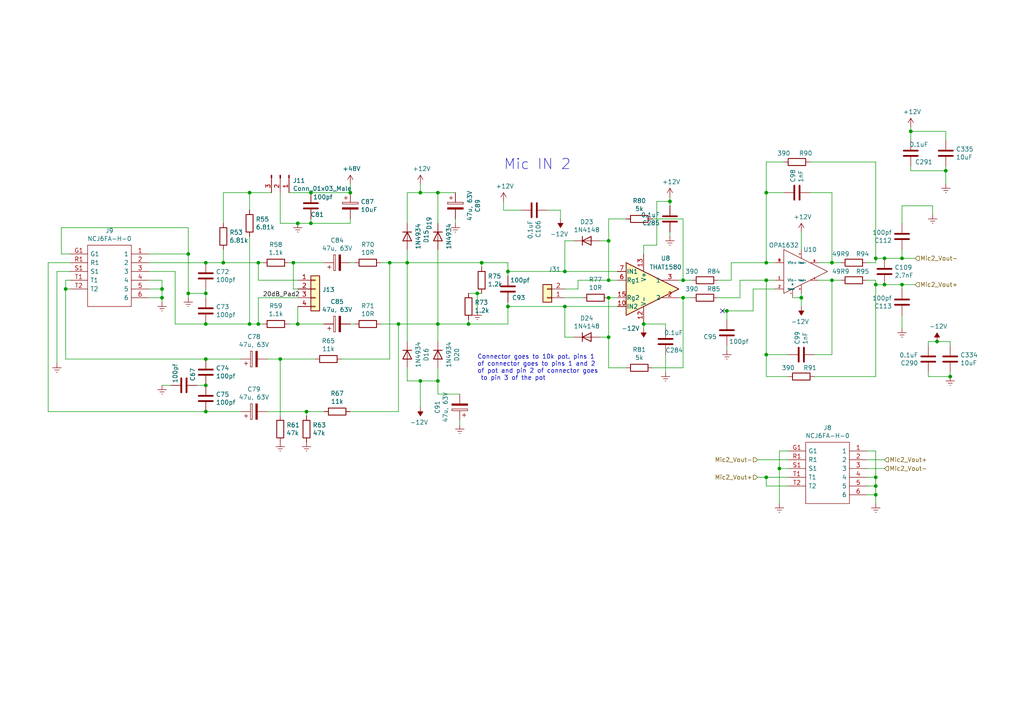
<source format=kicad_sch>
(kicad_sch (version 20230121) (generator eeschema)
  (paper "A4")
  (junction (at 64.77 76.2))
  (junction (at 222.25 81.28))
  (junction (at 54.61 73.66))
  (junction (at 256.54 82.55))
  (junction (at 121.92 55.88))
  (junction (at 271.78 99.06))
  (junction (at 194.31 58.42))
  (junction (at 254 138.43))
  (junction (at 256.54 74.93))
  (junction (at 139.7 76.2))
  (junction (at 85.09 76.2))
  (junction (at 254 140.97))
  (junction (at 275.59 109.22))
  (junction (at 86.36 93.98))
  (junction (at 59.69 104.14))
  (junction (at 261.62 74.93))
  (junction (at 59.69 76.2))
  (junction (at 163.83 88.9))
  (junction (at 138.43 85.09))
  (junction (at 274.32 49.53))
  (junction (at 127 110.49))
  (junction (at 127 93.98))
  (junction (at 135.89 93.98))
  (junction (at 198.12 86.36))
  (junction (at 198.12 81.28))
  (junction (at 46.99 83.82))
  (junction (at 118.11 76.2))
  (junction (at 74.93 93.98))
  (junction (at 81.28 104.14))
  (junction (at 113.03 76.2))
  (junction (at 90.17 64.77))
  (junction (at 115.57 93.98))
  (junction (at 176.53 69.85))
  (junction (at 232.41 86.36))
  (junction (at 127 55.88))
  (junction (at 59.69 111.76))
  (junction (at 86.36 64.77))
  (junction (at 74.93 76.2))
  (junction (at 59.69 85.09))
  (junction (at 264.16 38.1))
  (junction (at 59.69 93.98))
  (junction (at 90.17 55.88))
  (junction (at 88.9 119.38))
  (junction (at 222.25 138.43))
  (junction (at 241.3 81.28))
  (junction (at 254 143.51))
  (junction (at 222.25 55.88))
  (junction (at 241.3 76.2))
  (junction (at 176.53 81.28))
  (junction (at 163.83 78.74))
  (junction (at 261.62 82.55))
  (junction (at 210.82 90.17))
  (junction (at 19.05 83.82))
  (junction (at 121.92 110.49))
  (junction (at 222.25 102.87))
  (junction (at 54.61 85.09))
  (junction (at 226.06 135.89))
  (junction (at 46.99 86.36))
  (junction (at 254 82.55))
  (junction (at 176.53 86.36))
  (junction (at 147.32 88.9))
  (junction (at 186.69 93.98))
  (junction (at 72.39 93.98))
  (junction (at 176.53 97.79))
  (junction (at 222.25 76.2))
  (junction (at 59.69 119.38))
  (junction (at 72.39 55.88))
  (junction (at 101.6 55.88))
  (junction (at 147.32 78.74))
  (junction (at 254 74.93))
  (no_connect (at 209.55 90.17))
  (wire (pts (xy 274.32 38.1) (xy 274.32 40.64)))
  (wire (pts (xy 212.09 76.2) (xy 222.25 76.2)))
  (wire (pts (xy 20.32 73.66) (xy 17.78 73.66)))
  (wire (pts (xy 176.53 69.85) (xy 176.53 81.28)))
  (wire (pts (xy 179.07 86.36) (xy 176.53 86.36)))
  (wire (pts (xy 85.09 76.2) (xy 85.09 83.82)))
  (wire (pts (xy 254 82.55) (xy 254 109.22)))
  (wire (pts (xy 261.62 59.69) (xy 270.51 59.69)))
  (wire (pts (xy 81.28 104.14) (xy 91.44 104.14)))
  (wire (pts (xy 74.93 76.2) (xy 76.2 76.2)))
  (wire (pts (xy 113.03 76.2) (xy 118.11 76.2)))
  (wire (pts (xy 43.18 73.66) (xy 54.61 73.66)))
  (wire (pts (xy 54.61 66.04) (xy 54.61 73.66)))
  (wire (pts (xy 275.59 99.06) (xy 271.78 99.06)))
  (wire (pts (xy 50.8 93.98) (xy 59.69 93.98)))
  (wire (pts (xy 46.99 83.82) (xy 46.99 86.36)))
  (wire (pts (xy 254 81.28) (xy 254 82.55)))
  (wire (pts (xy 13.97 76.2) (xy 20.32 76.2)))
  (wire (pts (xy 256.54 82.55) (xy 261.62 82.55)))
  (wire (pts (xy 251.46 138.43) (xy 254 138.43)))
  (wire (pts (xy 166.37 69.85) (xy 163.83 69.85)))
  (wire (pts (xy 49.53 111.76) (xy 46.99 111.76)))
  (wire (pts (xy 135.89 92.71) (xy 135.89 93.98)))
  (wire (pts (xy 132.08 63.5) (xy 132.08 64.77)))
  (wire (pts (xy 261.62 74.93) (xy 261.62 72.39)))
  (wire (pts (xy 64.77 55.88) (xy 64.77 64.77)))
  (wire (pts (xy 251.46 135.89) (xy 256.54 135.89)))
  (wire (pts (xy 115.57 119.38) (xy 115.57 93.98)))
  (wire (pts (xy 74.93 81.28) (xy 74.93 76.2)))
  (wire (pts (xy 222.25 81.28) (xy 222.25 102.87)))
  (wire (pts (xy 251.46 76.2) (xy 254 76.2)))
  (wire (pts (xy 186.69 93.98) (xy 186.69 95.25)))
  (wire (pts (xy 163.83 83.82) (xy 167.64 83.82)))
  (wire (pts (xy 101.6 64.77) (xy 90.17 64.77)))
  (wire (pts (xy 254 109.22) (xy 236.22 109.22)))
  (wire (pts (xy 256.54 74.93) (xy 254 74.93)))
  (wire (pts (xy 135.89 85.09) (xy 138.43 85.09)))
  (wire (pts (xy 118.11 72.39) (xy 118.11 76.2)))
  (wire (pts (xy 139.7 85.09) (xy 138.43 85.09)))
  (wire (pts (xy 127 93.98) (xy 135.89 93.98)))
  (wire (pts (xy 118.11 76.2) (xy 139.7 76.2)))
  (wire (pts (xy 212.09 81.28) (xy 212.09 76.2)))
  (wire (pts (xy 176.53 97.79) (xy 176.53 106.68)))
  (wire (pts (xy 127 72.39) (xy 127 93.98)))
  (wire (pts (xy 193.04 95.25) (xy 193.04 93.98)))
  (wire (pts (xy 275.59 109.22) (xy 275.59 107.95)))
  (wire (pts (xy 147.32 88.9) (xy 163.83 88.9)))
  (wire (pts (xy 198.12 81.28) (xy 200.66 81.28)))
  (wire (pts (xy 264.16 49.53) (xy 274.32 49.53)))
  (wire (pts (xy 43.18 78.74) (xy 50.8 78.74)))
  (wire (pts (xy 254 82.55) (xy 256.54 82.55)))
  (wire (pts (xy 186.69 71.12) (xy 186.69 73.66)))
  (wire (pts (xy 198.12 106.68) (xy 189.23 106.68)))
  (wire (pts (xy 59.69 93.98) (xy 72.39 93.98)))
  (wire (pts (xy 189.23 63.5) (xy 198.12 63.5)))
  (wire (pts (xy 227.33 55.88) (xy 222.25 55.88)))
  (wire (pts (xy 274.32 38.1) (xy 264.16 38.1)))
  (wire (pts (xy 228.6 102.87) (xy 222.25 102.87)))
  (wire (pts (xy 19.05 83.82) (xy 19.05 104.14)))
  (wire (pts (xy 254 140.97) (xy 254 143.51)))
  (wire (pts (xy 237.49 81.28) (xy 241.3 81.28)))
  (wire (pts (xy 127 110.49) (xy 127 106.68)))
  (wire (pts (xy 264.16 38.1) (xy 264.16 40.64)))
  (wire (pts (xy 222.25 76.2) (xy 224.79 76.2)))
  (wire (pts (xy 54.61 85.09) (xy 59.69 85.09)))
  (wire (pts (xy 16.51 105.41) (xy 16.51 78.74)))
  (wire (pts (xy 163.83 97.79) (xy 166.37 97.79)))
  (wire (pts (xy 264.16 48.26) (xy 264.16 49.53)))
  (wire (pts (xy 226.06 135.89) (xy 226.06 146.05)))
  (wire (pts (xy 241.3 76.2) (xy 241.3 55.88)))
  (wire (pts (xy 147.32 93.98) (xy 147.32 88.9)))
  (wire (pts (xy 118.11 110.49) (xy 121.92 110.49)))
  (wire (pts (xy 110.49 93.98) (xy 115.57 93.98)))
  (wire (pts (xy 13.97 119.38) (xy 59.69 119.38)))
  (wire (pts (xy 77.47 119.38) (xy 88.9 119.38)))
  (wire (pts (xy 251.46 81.28) (xy 254 81.28)))
  (wire (pts (xy 50.8 78.74) (xy 50.8 93.98)))
  (wire (pts (xy 20.32 81.28) (xy 19.05 81.28)))
  (wire (pts (xy 163.83 69.85) (xy 163.83 78.74)))
  (wire (pts (xy 101.6 119.38) (xy 115.57 119.38)))
  (wire (pts (xy 72.39 68.58) (xy 72.39 93.98)))
  (wire (pts (xy 237.49 76.2) (xy 241.3 76.2)))
  (wire (pts (xy 77.47 104.14) (xy 81.28 104.14)))
  (wire (pts (xy 254 46.99) (xy 254 74.93)))
  (wire (pts (xy 218.44 83.82) (xy 224.79 83.82)))
  (wire (pts (xy 176.53 63.5) (xy 176.53 69.85)))
  (wire (pts (xy 228.6 130.81) (xy 226.06 130.81)))
  (wire (pts (xy 46.99 81.28) (xy 46.99 83.82)))
  (wire (pts (xy 209.55 90.17) (xy 210.82 90.17)))
  (wire (pts (xy 86.36 93.98) (xy 86.36 88.9)))
  (wire (pts (xy 163.83 88.9) (xy 163.83 97.79)))
  (wire (pts (xy 176.53 69.85) (xy 173.99 69.85)))
  (wire (pts (xy 90.17 55.88) (xy 101.6 55.88)))
  (wire (pts (xy 275.59 100.33) (xy 275.59 99.06)))
  (wire (pts (xy 173.99 97.79) (xy 176.53 97.79)))
  (wire (pts (xy 241.3 102.87) (xy 236.22 102.87)))
  (wire (pts (xy 222.25 81.28) (xy 224.79 81.28)))
  (wire (pts (xy 59.69 104.14) (xy 69.85 104.14)))
  (wire (pts (xy 241.3 55.88) (xy 234.95 55.88)))
  (wire (pts (xy 214.63 81.28) (xy 222.25 81.28)))
  (wire (pts (xy 147.32 88.9) (xy 147.32 87.63)))
  (wire (pts (xy 210.82 90.17) (xy 218.44 90.17)))
  (wire (pts (xy 241.3 81.28) (xy 243.84 81.28)))
  (wire (pts (xy 86.36 86.36) (xy 74.93 86.36)))
  (wire (pts (xy 81.28 55.88) (xy 81.28 64.77)))
  (wire (pts (xy 176.53 81.28) (xy 179.07 81.28)))
  (wire (pts (xy 194.31 68.58) (xy 194.31 67.31)))
  (wire (pts (xy 254 130.81) (xy 254 138.43)))
  (wire (pts (xy 190.5 71.12) (xy 186.69 71.12)))
  (wire (pts (xy 19.05 81.28) (xy 19.05 83.82)))
  (wire (pts (xy 59.69 85.09) (xy 59.69 86.36)))
  (wire (pts (xy 222.25 46.99) (xy 222.25 55.88)))
  (wire (pts (xy 198.12 81.28) (xy 196.85 81.28)))
  (wire (pts (xy 208.28 86.36) (xy 214.63 86.36)))
  (wire (pts (xy 17.78 66.04) (xy 54.61 66.04)))
  (wire (pts (xy 251.46 143.51) (xy 254 143.51)))
  (wire (pts (xy 64.77 76.2) (xy 74.93 76.2)))
  (wire (pts (xy 118.11 99.06) (xy 118.11 76.2)))
  (wire (pts (xy 135.89 93.98) (xy 147.32 93.98)))
  (wire (pts (xy 139.7 76.2) (xy 147.32 76.2)))
  (wire (pts (xy 17.78 73.66) (xy 17.78 66.04)))
  (wire (pts (xy 232.41 85.09) (xy 232.41 86.36)))
  (wire (pts (xy 46.99 86.36) (xy 46.99 87.63)))
  (wire (pts (xy 261.62 64.77) (xy 261.62 59.69)))
  (wire (pts (xy 127 55.88) (xy 132.08 55.88)))
  (wire (pts (xy 198.12 86.36) (xy 198.12 106.68)))
  (wire (pts (xy 118.11 64.77) (xy 118.11 55.88)))
  (wire (pts (xy 72.39 55.88) (xy 78.74 55.88)))
  (wire (pts (xy 270.51 59.69) (xy 270.51 62.23)))
  (wire (pts (xy 194.31 58.42) (xy 194.31 59.69)))
  (wire (pts (xy 101.6 93.98) (xy 102.87 93.98)))
  (wire (pts (xy 228.6 140.97) (xy 222.25 140.97)))
  (wire (pts (xy 194.31 58.42) (xy 190.5 58.42)))
  (wire (pts (xy 85.09 83.82) (xy 86.36 83.82)))
  (wire (pts (xy 214.63 86.36) (xy 214.63 81.28)))
  (wire (pts (xy 226.06 135.89) (xy 228.6 135.89)))
  (wire (pts (xy 176.53 97.79) (xy 176.53 86.36)))
  (wire (pts (xy 86.36 93.98) (xy 93.98 93.98)))
  (wire (pts (xy 261.62 82.55) (xy 265.43 82.55)))
  (wire (pts (xy 138.43 85.09) (xy 138.43 90.17)))
  (wire (pts (xy 198.12 63.5) (xy 198.12 81.28)))
  (wire (pts (xy 222.25 138.43) (xy 228.6 138.43)))
  (wire (pts (xy 54.61 73.66) (xy 54.61 85.09)))
  (wire (pts (xy 163.83 88.9) (xy 179.07 88.9)))
  (wire (pts (xy 251.46 133.35) (xy 256.54 133.35)))
  (wire (pts (xy 234.95 46.99) (xy 254 46.99)))
  (wire (pts (xy 83.82 55.88) (xy 90.17 55.88)))
  (wire (pts (xy 64.77 72.39) (xy 64.77 76.2)))
  (wire (pts (xy 81.28 104.14) (xy 81.28 120.65)))
  (wire (pts (xy 83.82 76.2) (xy 85.09 76.2)))
  (wire (pts (xy 222.25 140.97) (xy 222.25 138.43)))
  (wire (pts (xy 72.39 93.98) (xy 74.93 93.98)))
  (wire (pts (xy 261.62 82.55) (xy 261.62 83.82)))
  (wire (pts (xy 251.46 140.97) (xy 254 140.97)))
  (wire (pts (xy 194.31 57.15) (xy 194.31 58.42)))
  (wire (pts (xy 86.36 64.77) (xy 90.17 64.77)))
  (wire (pts (xy 274.32 49.53) (xy 274.32 48.26)))
  (wire (pts (xy 43.18 86.36) (xy 46.99 86.36)))
  (wire (pts (xy 193.04 93.98) (xy 186.69 93.98)))
  (wire (pts (xy 59.69 76.2) (xy 64.77 76.2)))
  (wire (pts (xy 147.32 78.74) (xy 147.32 80.01)))
  (wire (pts (xy 127 114.3) (xy 127 110.49)))
  (wire (pts (xy 59.69 83.82) (xy 59.69 85.09)))
  (wire (pts (xy 90.17 63.5) (xy 90.17 64.77)))
  (wire (pts (xy 16.51 78.74) (xy 20.32 78.74)))
  (wire (pts (xy 133.35 121.92) (xy 133.35 123.19)))
  (wire (pts (xy 127 55.88) (xy 121.92 55.88)))
  (wire (pts (xy 241.3 81.28) (xy 241.3 102.87)))
  (wire (pts (xy 269.24 107.95) (xy 269.24 109.22)))
  (wire (pts (xy 232.41 67.31) (xy 232.41 72.39)))
  (wire (pts (xy 261.62 91.44) (xy 261.62 95.25)))
  (wire (pts (xy 198.12 86.36) (xy 200.66 86.36)))
  (wire (pts (xy 241.3 76.2) (xy 243.84 76.2)))
  (wire (pts (xy 226.06 130.81) (xy 226.06 135.89)))
  (wire (pts (xy 121.92 55.88) (xy 121.92 53.34)))
  (wire (pts (xy 176.53 63.5) (xy 181.61 63.5)))
  (wire (pts (xy 219.71 138.43) (xy 222.25 138.43)))
  (wire (pts (xy 167.64 81.28) (xy 176.53 81.28)))
  (wire (pts (xy 88.9 119.38) (xy 88.9 120.65)))
  (wire (pts (xy 83.82 93.98) (xy 86.36 93.98)))
  (wire (pts (xy 256.54 74.93) (xy 261.62 74.93)))
  (wire (pts (xy 85.09 76.2) (xy 93.98 76.2)))
  (wire (pts (xy 222.25 55.88) (xy 222.25 76.2)))
  (wire (pts (xy 13.97 76.2) (xy 13.97 119.38)))
  (wire (pts (xy 269.24 99.06) (xy 271.78 99.06)))
  (wire (pts (xy 210.82 90.17) (xy 210.82 92.71)))
  (wire (pts (xy 115.57 93.98) (xy 127 93.98)))
  (wire (pts (xy 167.64 83.82) (xy 167.64 81.28)))
  (wire (pts (xy 269.24 100.33) (xy 269.24 99.06)))
  (wire (pts (xy 229.87 86.36) (xy 232.41 86.36)))
  (wire (pts (xy 19.05 104.14) (xy 59.69 104.14)))
  (wire (pts (xy 101.6 76.2) (xy 102.87 76.2)))
  (wire (pts (xy 219.71 133.35) (xy 228.6 133.35)))
  (wire (pts (xy 162.56 60.96) (xy 162.56 63.5)))
  (wire (pts (xy 181.61 106.68) (xy 176.53 106.68)))
  (wire (pts (xy 146.05 58.42) (xy 146.05 60.96)))
  (wire (pts (xy 59.69 119.38) (xy 69.85 119.38)))
  (wire (pts (xy 139.7 76.2) (xy 139.7 77.47)))
  (wire (pts (xy 19.05 83.82) (xy 20.32 83.82)))
  (wire (pts (xy 110.49 76.2) (xy 113.03 76.2)))
  (wire (pts (xy 54.61 86.36) (xy 54.61 85.09)))
  (wire (pts (xy 196.85 86.36) (xy 198.12 86.36)))
  (wire (pts (xy 101.6 53.34) (xy 101.6 55.88)))
  (wire (pts (xy 43.18 83.82) (xy 46.99 83.82)))
  (wire (pts (xy 118.11 55.88) (xy 121.92 55.88)))
  (wire (pts (xy 86.36 81.28) (xy 74.93 81.28)))
  (wire (pts (xy 146.05 60.96) (xy 151.13 60.96)))
  (wire (pts (xy 232.41 86.36) (xy 232.41 88.9)))
  (wire (pts (xy 72.39 55.88) (xy 64.77 55.88)))
  (wire (pts (xy 101.6 63.5) (xy 101.6 64.77)))
  (wire (pts (xy 264.16 36.83) (xy 264.16 38.1)))
  (wire (pts (xy 163.83 78.74) (xy 179.07 78.74)))
  (wire (pts (xy 254 74.93) (xy 254 76.2)))
  (wire (pts (xy 147.32 76.2) (xy 147.32 78.74)))
  (wire (pts (xy 121.92 110.49) (xy 121.92 118.11)))
  (wire (pts (xy 147.32 78.74) (xy 163.83 78.74)))
  (wire (pts (xy 74.93 93.98) (xy 76.2 93.98)))
  (wire (pts (xy 274.32 53.34) (xy 274.32 49.53)))
  (wire (pts (xy 133.35 114.3) (xy 127 114.3)))
  (wire (pts (xy 254 138.43) (xy 254 140.97)))
  (wire (pts (xy 127 64.77) (xy 127 55.88)))
  (wire (pts (xy 222.25 109.22) (xy 222.25 102.87)))
  (wire (pts (xy 88.9 119.38) (xy 93.98 119.38)))
  (wire (pts (xy 163.83 86.36) (xy 168.91 86.36)))
  (wire (pts (xy 81.28 64.77) (xy 86.36 64.77)))
  (wire (pts (xy 251.46 130.81) (xy 254 130.81)))
  (wire (pts (xy 72.39 60.96) (xy 72.39 55.88)))
  (wire (pts (xy 254 143.51) (xy 254 146.05)))
  (wire (pts (xy 208.28 81.28) (xy 212.09 81.28)))
  (wire (pts (xy 193.04 102.87) (xy 193.04 107.95)))
  (wire (pts (xy 113.03 104.14) (xy 113.03 76.2)))
  (wire (pts (xy 121.92 110.49) (xy 127 110.49)))
  (wire (pts (xy 127 99.06) (xy 127 93.98)))
  (wire (pts (xy 118.11 106.68) (xy 118.11 110.49)))
  (wire (pts (xy 261.62 74.93) (xy 265.43 74.93)))
  (wire (pts (xy 74.93 86.36) (xy 74.93 93.98)))
  (wire (pts (xy 57.15 111.76) (xy 59.69 111.76)))
  (wire (pts (xy 99.06 104.14) (xy 113.03 104.14)))
  (wire (pts (xy 210.82 101.6) (xy 210.82 100.33)))
  (wire (pts (xy 43.18 76.2) (xy 59.69 76.2)))
  (wire (pts (xy 190.5 58.42) (xy 190.5 71.12)))
  (wire (pts (xy 43.18 81.28) (xy 46.99 81.28)))
  (wire (pts (xy 218.44 83.82) (xy 218.44 90.17)))
  (wire (pts (xy 228.6 109.22) (xy 222.25 109.22)))
  (wire (pts (xy 158.75 60.96) (xy 162.56 60.96)))
  (wire (pts (xy 269.24 109.22) (xy 275.59 109.22)))
  (wire (pts (xy 227.33 46.99) (xy 222.25 46.99)))
  (text "Connector goes to 10k pot. pins 1 \nof connector goes to pins 1 and 2 \nof pot and pin 2 of connector goes\n to pin 3 of the pot\n" (at 138.43 110.49 0) (effects (font (size 1.27 1.27)) (justify left bottom)))
  (text "Mic IN 2\n" (at 146.05 49.53 0) (effects (font (size 2.9972 2.9972)) (justify left bottom)))
  (label "20dB_Pad2" (at 76.2 86.36 0))
  (hierarchical_label "Mic2_Vout-" (shape input) (at 265.43 74.93 0) (effects (font (size 1.2446 1.2446))))
  (hierarchical_label "Mic2_Vout+" (shape input) (at 265.43 82.55 0) (effects (font (size 1.2446 1.2446))))
  (hierarchical_label "Mic2_Vout+" (shape input) (at 219.71 138.43 180) (effects (font (size 1.2446 1.2446))))
  (hierarchical_label "Mic2_Vout+" (shape input) (at 256.54 133.35 0) (effects (font (size 1.2446 1.2446))))
  (hierarchical_label "Mic2_Vout-" (shape input) (at 219.71 133.35 180) (effects (font (size 1.2446 1.2446))))
  (hierarchical_label "Mic2_Vout-" (shape input) (at 256.54 135.89 0) (effects (font (size 1.2446 1.2446))))
  (symbol (lib_id "Device:C") (at 231.14 55.88 90) (unit 1)
    (property "Reference" "C98" (at 229.9716 52.959 0) (effects (justify left)))
    (property "Value" "1nF" (at 232.283 52.959 0) (effects (justify left)))
    (property "Footprint" "Capacitor_SMD:C_0402_1005Metric_Pad0.74x0.62mm_HandSolder" (effects hide))
    (property "Datasheet" "https://www.digikey.com/en/products/detail/avx-corporation/0402YC102KAT2A/1597799" (effects hide))
    (property "Mouser Price/Stock" "$0.10" (effects hide))
    (instances (project "Adam824" (path "" (reference "C98") (unit 1))) (project "MicPre" (path "" (reference "C39") (unit 1)) (path "" (reference "C93") (unit 1))))
  )
  (symbol (lib_id "Device:C") (at 274.32 44.45 0) (unit 1)
    (property "Reference" "C335" (at 277.241 43.2816 0) (effects (justify left)))
    (property "Value" "10uF" (at 277.241 45.593 0) (effects (justify left)))
    (property "Footprint" "Capacitor_SMD:C_0805_2012Metric_Pad1.18x1.45mm_HandSolder" (effects hide))
    (property "Datasheet" "https://www.digikey.com/en/products/detail/samsung-electro-mechanics/CL21A106KPFNNNG/3894419" (effects hide))
    (property "Mouser Price/Stock" "$0.10" (effects hide))
    (property "Description" "10uF, 10V, 0805" (effects hide))
    (instances (project "Adam824" (path "" (reference "C335") (unit 1))) (project "MicPre" (path "" (reference "C52") (unit 1)) (path "" (reference "C100") (unit 1))))
  )
  (symbol (lib_id "Device:CP") (at 97.79 93.98 90) (unit 1)
    (property "Reference" "C85" (at 97.79 87.503 90))
    (property "Value" "47u, 63V" (at 97.79 89.8144 90))
    (property "Footprint" "Capacitor_THT:CP_Radial_D6.3mm_P2.50mm" (effects hide))
    (property "Datasheet" "https://www.digikey.com/en/products/detail/nichicon/UUR1J470MNL1GS/2550461" (effects hide))
    (property "Mouser Price/Stock" "$0.50" (effects hide))
    (instances (project "Adam824" (path "" (reference "C85") (unit 1))) (project "MicPre" (path "" (reference "C20") (unit 1)) (path "" (reference "C84") (unit 1))))
  )
  (symbol (lib_id "Device:R") (at 172.72 86.36 90) (unit 1)
    (property "Reference" "R77" (at 172.72 81.1022 90))
    (property "Value" "10R" (at 172.72 83.4136 90))
    (property "Footprint" "Resistor_SMD:R_0603_1608Metric_Pad0.98x0.95mm_HandSolder" (effects hide))
    (property "Datasheet" "https://www.digikey.com/en/products/detail/yageo/RT0603FRE0710RL/1075044" (effects hide))
    (property "Mouser Price/Stock" "$0.10" (effects hide))
    (instances (project "Adam824" (path "" (reference "R77") (unit 1))) (project "MicPre" (path "" (reference "R26") (unit 1)) (path "" (reference "R64") (unit 1))))
  )
  (symbol (lib_id "power:Earth") (at 194.31 68.58 0) (unit 1)
    (property "Reference" "#PWR0249" (effects hide))
    (property "Value" "Earth" (effects hide))
    (instances (project "Adam824" (path "" (reference "#PWR0249") (unit 1))) (project "MicPre" (path "" (reference "#PWR035") (unit 1)) (path "" (reference "#PWR088") (unit 1))))
  )
  (symbol (lib_id "power:+12V") (at 146.05 58.42 0) (unit 1)
    (property "Reference" "#PWR0332" (effects hide))
    (property "Value" "+12V" (at 146.431 54.0258 0))
    (instances (project "Adam824" (path "" (reference "#PWR0332") (unit 1))) (project "MicPre" (path "" (reference "#PWR027") (unit 1)) (path "" (reference "#PWR083") (unit 1))))
  )
  (symbol (lib_id "Device:C") (at 261.62 87.63 180) (unit 1)
    (property "Reference" "C113" (at 258.699 88.7984 0) (effects (justify left)))
    (property "Value" "100pf" (at 258.699 86.487 0) (effects (justify left)))
    (property "Footprint" "Capacitor_SMD:C_0603_1608Metric_Pad1.08x0.95mm_HandSolder" (effects hide))
    (property "Datasheet" "https://www.digikey.com/en/products/detail/samsung-electro-mechanics/CL10B101KB8NFNC/3887566" (effects hide))
    (property "Mouser Price/Stock" "$0.10" (effects hide))
    (instances (project "Adam824" (path "" (reference "C113") (unit 1))) (project "MicPre" (path "" (reference "C46") (unit 1)) (path "" (reference "C97") (unit 1))))
  )
  (symbol (lib_id "Device:C") (at 147.32 83.82 180) (unit 1)
    (property "Reference" "C93" (at 152.4 86.36 0) (effects (justify left)))
    (property "Value" "100pf" (at 153.67 81.28 0) (effects (justify left)))
    (property "Footprint" "Capacitor_SMD:C_0603_1608Metric_Pad1.08x0.95mm_HandSolder" (effects hide))
    (property "Datasheet" "https://www.digikey.com/en/products/detail/samsung-electro-mechanics/CL10B101KB8NFNC/3887566" (effects hide))
    (property "Mouser Price/Stock" "$0.10" (effects hide))
    (instances (project "Adam824" (path "" (reference "C93") (unit 1))) (project "MicPre" (path "" (reference "C28") (unit 1)) (path "" (reference "C88") (unit 1))))
  )
  (symbol (lib_id "power:+12V") (at 194.31 57.15 0) (unit 1)
    (property "Reference" "#PWR0103" (effects hide))
    (property "Value" "+12V" (at 194.691 52.7558 0))
    (instances (project "Adam824" (path "" (reference "#PWR0103") (unit 1))) (project "MicPre" (path "" (reference "#PWR034") (unit 1)) (path "" (reference "#PWR087") (unit 1))))
  )
  (symbol (lib_id "power:Earth") (at 133.35 123.19 0) (unit 1)
    (property "Reference" "#PWR0242" (effects hide))
    (property "Value" "Earth" (effects hide))
    (instances (project "Adam824" (path "" (reference "#PWR0242") (unit 1))) (project "MicPre" (path "" (reference "#PWR024") (unit 1)) (path "" (reference "#PWR081") (unit 1))))
  )
  (symbol (lib_id "Device:D") (at 118.11 68.58 270) (unit 1)
    (property "Reference" "D15" (at 123.5964 68.58 0))
    (property "Value" "1N4934" (at 121.285 68.58 0))
    (property "Footprint" "Diode_SMD:D_SMB_Handsoldering" (effects hide))
    (property "Datasheet" "https://www.digikey.com/en/products/detail/1N4934/2721-1N4934TR-ND/15216442?itemSeq=385770684" (effects hide))
    (property "Mouser Price/Stock" "$0.37" (effects hide))
    (instances (project "Adam824" (path "" (reference "D15") (unit 1))) (project "MicPre" (path "" (reference "D3") (unit 1)) (path "" (reference "D15") (unit 1))))
  )
  (symbol (lib_id "Device:R") (at 231.14 46.99 90) (unit 1)
    (property "Reference" "R90" (at 233.68 44.45 90))
    (property "Value" "390" (at 227.33 44.45 90))
    (property "Footprint" "Resistor_SMD:R_0402_1005Metric_Pad0.72x0.64mm_HandSolder" (effects hide))
    (property "Datasheet" "https://www.digikey.com/en/products/detail/susumu/RR0510P-391-D/432388" (effects hide))
    (property "Mouser Price/Stock" "$0.10" (effects hide))
    (instances (project "Adam824" (path "" (reference "R90") (unit 1))) (project "MicPre" (path "" (reference "R39") (unit 1)) (path "" (reference "R69") (unit 1))))
  )
  (symbol (lib_id "Device:C") (at 154.94 60.96 270) (unit 1)
    (property "Reference" "C106" (at 156.1084 63.881 0) (effects (justify left)))
    (property "Value" "0.1uF" (at 153.797 63.881 0) (effects (justify left)))
    (property "Footprint" "Capacitor_SMD:C_0805_2012Metric_Pad1.18x1.45mm_HandSolder" (effects hide))
    (property "Datasheet" "https://www.digikey.com/en/products/detail/samsung-electro-mechanics/CL10B101KB8NFNC/3887566" (effects hide))
    (property "Mouser Price/Stock" "$0.10" (effects hide))
    (instances (project "Adam824" (path "" (reference "C106") (unit 1))) (project "MicPre" (path "" (reference "C29") (unit 1)) (path "" (reference "C89") (unit 1))))
  )
  (symbol (lib_id "power:Earth") (at 275.59 109.22 0) (unit 1)
    (property "Reference" "#PWR0341" (effects hide))
    (property "Value" "Earth" (effects hide))
    (instances (project "Adam824" (path "" (reference "#PWR0341") (unit 1))) (project "MicPre" (path "" (reference "#PWR054") (unit 1)) (path "" (reference "#PWR097") (unit 1))))
  )
  (symbol (lib_id "Device:C") (at 269.24 104.14 180) (unit 1)
    (property "Reference" "C290" (at 266.319 105.3084 0) (effects (justify left)))
    (property "Value" "0.1uF" (at 266.319 102.997 0) (effects (justify left)))
    (property "Footprint" "Capacitor_SMD:C_0805_2012Metric_Pad1.18x1.45mm_HandSolder" (effects hide))
    (property "Datasheet" "https://www.digikey.com/en/products/detail/samsung-electro-mechanics/CL10B101KB8NFNC/3887566" (effects hide))
    (property "Mouser Price/Stock" "$0.10" (effects hide))
    (instances (project "Adam824" (path "" (reference "C290") (unit 1))) (project "MicPre" (path "" (reference "C50") (unit 1)) (path "" (reference "C99") (unit 1))))
  )
  (symbol (lib_id "Device:R") (at 204.47 81.28 90) (unit 1)
    (property "Reference" "R84" (at 207.01 78.74 90))
    (property "Value" "390" (at 200.66 78.74 90))
    (property "Footprint" "Resistor_SMD:R_0402_1005Metric_Pad0.72x0.64mm_HandSolder" (effects hide))
    (property "Datasheet" "https://www.digikey.com/en/products/detail/susumu/RR0510P-391-D/432388" (effects hide))
    (property "Mouser Price/Stock" "$0.10" (effects hide))
    (instances (project "Adam824" (path "" (reference "R84") (unit 1))) (project "MicPre" (path "" (reference "R33") (unit 1)) (path "" (reference "R67") (unit 1))))
  )
  (symbol (lib_id "power:Earth") (at 132.08 64.77 0) (unit 1)
    (property "Reference" "#PWR0235" (effects hide))
    (property "Value" "Earth" (effects hide))
    (instances (project "Adam824" (path "" (reference "#PWR0235") (unit 1))) (project "MicPre" (path "" (reference "#PWR022") (unit 1)) (path "" (reference "#PWR080") (unit 1))))
  )
  (symbol (lib_id "power:-12V") (at 232.41 88.9 180) (unit 1)
    (property "Reference" "#PWR0110" (effects hide))
    (property "Value" "-12V" (at 232.029 93.2942 0))
    (instances (project "Adam824" (path "" (reference "#PWR0110") (unit 1))) (project "MicPre" (path "" (reference "#PWR044") (unit 1)) (path "" (reference "#PWR091") (unit 1))))
  )
  (symbol (lib_id "Device:C") (at 261.62 68.58 180) (unit 1)
    (property "Reference" "C112" (at 258.699 69.7484 0) (effects (justify left)))
    (property "Value" "100pf" (at 258.699 67.437 0) (effects (justify left)))
    (property "Footprint" "Capacitor_SMD:C_0603_1608Metric_Pad1.08x0.95mm_HandSolder" (effects hide))
    (property "Datasheet" "https://www.digikey.com/en/products/detail/samsung-electro-mechanics/CL10B101KB8NFNC/3887566" (effects hide))
    (property "Mouser Price/Stock" "$0.10" (effects hide))
    (instances (project "Adam824" (path "" (reference "C112") (unit 1))) (project "MicPre" (path "" (reference "C45") (unit 1)) (path "" (reference "C96") (unit 1))))
  )
  (symbol (lib_id "Connector_Generic:Conn_01x02") (at 158.75 86.36 180) (unit 1)
    (property "Reference" "J31" (at 160.8328 78.105 0))
    (property "Value" "Conn_01x02" (effects hide))
    (property "Footprint" "Connector_PinSocket_2.54mm:PinSocket_1x02_P2.54mm_Vertical" (effects hide))
    (instances (project "Adam824" (path "" (reference "J31") (unit 1))) (project "MicPre" (path "" (reference "J8") (unit 1)) (path "" (reference "J13") (unit 1))))
  )
  (symbol (lib_id "Device:CP") (at 97.79 76.2 90) (unit 1)
    (property "Reference" "C84" (at 97.79 69.723 90))
    (property "Value" "47u, 63V" (at 97.79 72.0344 90))
    (property "Footprint" "Capacitor_THT:CP_Radial_D6.3mm_P2.50mm" (effects hide))
    (property "Datasheet" "https://www.digikey.com/en/products/detail/nichicon/UUR1J470MNL1GS/2550461" (effects hide))
    (property "Mouser Price/Stock" "$0.50" (effects hide))
    (instances (project "Adam824" (path "" (reference "C84") (unit 1))) (project "MicPre" (path "" (reference "C19") (unit 1)) (path "" (reference "C83") (unit 1))))
  )
  (symbol (lib_id "Device:R") (at 185.42 63.5 90) (unit 1)
    (property "Reference" "R80" (at 185.42 58.2422 90))
    (property "Value" "5k" (at 185.42 60.5536 90))
    (property "Footprint" "Resistor_SMD:R_0603_1608Metric_Pad0.98x0.95mm_HandSolder" (effects hide))
    (property "Datasheet" "https://www.digikey.com/en/products/detail/yageo/RT0603BRE075KL/7708365" (effects hide))
    (property "Mouser Price/Stock" "$0.38" (effects hide))
    (instances (project "Adam824" (path "" (reference "R80") (unit 1))) (project "MicPre" (path "" (reference "R29") (unit 1)) (path "" (reference "R65") (unit 1))))
  )
  (symbol (lib_id "Device:R") (at 232.41 109.22 90) (unit 1)
    (property "Reference" "R91" (at 234.95 106.68 90))
    (property "Value" "390" (at 228.6 106.68 90))
    (property "Footprint" "Resistor_SMD:R_0402_1005Metric_Pad0.72x0.64mm_HandSolder" (effects hide))
    (property "Datasheet" "https://www.digikey.com/en/products/detail/susumu/RR0510P-391-D/432388" (effects hide))
    (property "Mouser Price/Stock" "$0.10" (effects hide))
    (instances (project "Adam824" (path "" (reference "R91") (unit 1))) (project "MicPre" (path "" (reference "R40") (unit 1)) (path "" (reference "R70") (unit 1))))
  )
  (symbol (lib_id "power:+48V") (at 101.6 53.34 0) (unit 1)
    (property "Reference" "#PWR090" (effects hide))
    (property "Value" "+48V" (at 101.981 48.9458 0))
    (instances (project "Adam824" (path "" (reference "#PWR090") (unit 1))) (project "MicPre" (path "" (reference "#PWR016") (unit 1)) (path "" (reference "#PWR077") (unit 1))))
  )
  (symbol (lib_id "Audio:THAT1580") (at 189.23 83.82 0) (unit 1)
    (property "Reference" "U8" (at 193.04 74.93 0))
    (property "Value" "THAT1580" (at 193.04 77.47 0))
    (property "Footprint" "Package_DFN_QFN:QFN-16-1EP_4x4mm_P0.65mm_EP2.5x2.5mm_ThermalVias" (effects hide))
    (property "Datasheet" "http://www.thatcorp.com/datashts/THAT_1580_Datasheet.pdf" (effects hide))
    (property "Mouser Price/Stock" "5.85" (effects hide))
    (property "Notes" "Already bought" (effects hide))
    (instances (project "Adam824" (path "" (reference "U8") (unit 1))) (project "MicPre" (path "" (reference "U2") (unit 1)) (path "" (reference "U7") (unit 1))))
  )
  (symbol (lib_id "Device:C") (at 90.17 59.69 180) (unit 1)
    (property "Reference" "C81" (at 93.98 62.23 0) (effects (justify left)))
    (property "Value" "100pf" (at 96.52 57.15 0) (effects (justify left)))
    (property "Footprint" "Capacitor_SMD:C_0603_1608Metric_Pad1.08x0.95mm_HandSolder" (effects hide))
    (property "Datasheet" "https://www.digikey.com/en/products/detail/samsung-electro-mechanics/CL10B101KB8NFNC/3887566" (effects hide))
    (property "Mouser Price/Stock" "$0.10" (effects hide))
    (instances (project "Adam824" (path "" (reference "C81") (unit 1))) (project "MicPre" (path "" (reference "C16") (unit 1)) (path "" (reference "C82") (unit 1))))
  )
  (symbol (lib_id "power:Earth") (at 261.62 95.25 0) (unit 1)
    (property "Reference" "#PWR0252" (effects hide))
    (property "Value" "Earth" (effects hide))
    (instances (project "Adam824" (path "" (reference "#PWR0252") (unit 1))) (project "MicPre" (path "" (reference "#PWR046") (unit 1)) (path "" (reference "#PWR092") (unit 1))))
  )
  (symbol (lib_id "power:Earth") (at 86.36 64.77 0) (unit 1)
    (property "Reference" "#PWR0239" (effects hide))
    (property "Value" "Earth" (effects hide))
    (instances (project "Adam824" (path "" (reference "#PWR0239") (unit 1))) (project "MicPre" (path "" (reference "#PWR011") (unit 1)) (path "" (reference "#PWR075") (unit 1))))
  )
  (symbol (lib_id "Device:R") (at 72.39 64.77 0) (unit 1)
    (property "Reference" "R55" (at 74.168 63.6016 0) (effects (justify left)))
    (property "Value" "6.81k" (at 74.168 65.913 0) (effects (justify left)))
    (property "Footprint" "Resistor_SMD:R_0805_2012Metric_Pad1.20x1.40mm_HandSolder" (effects hide))
    (property "Datasheet" "https://www.digikey.com/en/products/detail/stackpole-electronics-inc/RNCP0805FTD6K81/2240257" (effects hide))
    (property "Mouser Price/Stock" "$0.10" (effects hide))
    (instances (project "Adam824" (path "" (reference "R55") (unit 1))) (project "MicPre" (path "" (reference "R4") (unit 1)) (path "" (reference "R36") (unit 1))))
  )
  (symbol (lib_id "Device:R") (at 106.68 93.98 90) (unit 1)
    (property "Reference" "R71" (at 106.68 88.7222 90))
    (property "Value" "10R" (at 106.68 91.0336 90))
    (property "Footprint" "Resistor_SMD:R_0603_1608Metric_Pad0.98x0.95mm_HandSolder" (effects hide))
    (property "Datasheet" "https://www.digikey.com/en/products/detail/yageo/RT0603FRE0710RL/1075044" (effects hide))
    (property "Mouser Price/Stock" "$0.10" (effects hide))
    (instances (project "Adam824" (path "" (reference "R71") (unit 1))) (project "MicPre" (path "" (reference "R20") (unit 1)) (path "" (reference "R61") (unit 1))))
  )
  (symbol (lib_id "opa1632:OPA1632") (at 232.41 78.74 0) (unit 1)
    (property "Reference" "U10" (at 234.95 72.39 0))
    (property "Value" "OPA1632" (at 227.33 71.12 0))
    (property "Footprint" "Adam824:SOP65P490X110-9N" (effects hide))
    (instances (project "Adam824" (path "" (reference "U10") (unit 1))) (project "MicPre" (path "" (reference "U4") (unit 1)) (path "" (reference "U8") (unit 1))))
  )
  (symbol (lib_id "Device:C") (at 59.69 80.01 0) (unit 1)
    (property "Reference" "C72" (at 62.611 78.8416 0) (effects (justify left)))
    (property "Value" "100pf" (at 62.611 81.153 0) (effects (justify left)))
    (property "Footprint" "Capacitor_SMD:C_0603_1608Metric_Pad1.08x0.95mm_HandSolder" (effects hide))
    (property "Datasheet" "https://www.digikey.com/en/products/detail/samsung-electro-mechanics/CL10B101KB8NFNC/3887566" (effects hide))
    (property "Mouser Price/Stock" "$0.10" (effects hide))
    (instances (project "Adam824" (path "" (reference "C72") (unit 1))) (project "MicPre" (path "" (reference "C7") (unit 1)) (path "" (reference "C76") (unit 1))))
  )
  (symbol (lib_id "power:Earth") (at 274.32 53.34 0) (unit 1)
    (property "Reference" "#PWR0340" (effects hide))
    (property "Value" "Earth" (effects hide))
    (instances (project "Adam824" (path "" (reference "#PWR0340") (unit 1))) (project "MicPre" (path "" (reference "#PWR053") (unit 1)) (path "" (reference "#PWR096") (unit 1))))
  )
  (symbol (lib_id "Device:R") (at 95.25 104.14 90) (unit 1)
    (property "Reference" "R65" (at 95.25 98.8822 90))
    (property "Value" "11k" (at 95.25 101.1936 90))
    (property "Footprint" "Resistor_SMD:R_0603_1608Metric_Pad0.98x0.95mm_HandSolder" (effects hide))
    (property "Datasheet" "https://www.digikey.com/en/products/detail/yageo/RT0603DRE0711KL/1074545" (effects hide))
    (instances (project "Adam824" (path "" (reference "R65") (unit 1))) (project "MicPre" (path "" (reference "R14") (unit 1)) (path "" (reference "R58") (unit 1))))
  )
  (symbol (lib_id "Device:R") (at 80.01 76.2 90) (unit 1)
    (property "Reference" "R58" (at 80.01 70.9422 90))
    (property "Value" "1.1k" (at 80.01 73.2536 90))
    (property "Footprint" "Resistor_SMD:R_0603_1608Metric_Pad0.98x0.95mm_HandSolder" (effects hide))
    (property "Datasheet" "https://www.digikey.com/en/products/detail/yageo/RT0603FRE071K1L/1075163" (effects hide))
    (property "Mouser Price/Stock" "$0.10" (effects hide))
    (instances (project "Adam824" (path "" (reference "R58") (unit 1))) (project "MicPre" (path "" (reference "R7") (unit 1)) (path "" (reference "R54") (unit 1))))
  )
  (symbol (lib_id "Device:C") (at 59.69 107.95 0) (unit 1)
    (property "Reference" "C74" (at 62.611 106.7816 0) (effects (justify left)))
    (property "Value" "100pf" (at 62.611 109.093 0) (effects (justify left)))
    (property "Footprint" "Capacitor_SMD:C_0603_1608Metric_Pad1.08x0.95mm_HandSolder" (effects hide))
    (property "Datasheet" "https://www.digikey.com/en/products/detail/samsung-electro-mechanics/CL10B101KB8NFNC/3887566" (effects hide))
    (property "Mouser Price/Stock" "$0.10" (effects hide))
    (instances (project "Adam824" (path "" (reference "C74") (unit 1))) (project "MicPre" (path "" (reference "C9") (unit 1)) (path "" (reference "C78") (unit 1))))
  )
  (symbol (lib_id "Device:D") (at 127 102.87 270) (unit 1)
    (property "Reference" "D20" (at 132.4864 102.87 0))
    (property "Value" "1N4934" (at 130.175 102.87 0))
    (property "Footprint" "Diode_SMD:D_SMB_Handsoldering" (effects hide))
    (property "Datasheet" "https://www.digikey.com/en/products/detail/1N4934/2721-1N4934TR-ND/15216442?itemSeq=385770684" (effects hide))
    (property "Mouser Price/Stock" "$0.37" (effects hide))
    (instances (project "Adam824" (path "" (reference "D20") (unit 1))) (project "MicPre" (path "" (reference "D8") (unit 1)) (path "" (reference "D18") (unit 1))))
  )
  (symbol (lib_id "Device:C") (at 53.34 111.76 270) (unit 1)
    (property "Reference" "C67" (at 55.88 106.68 0) (effects (justify left)))
    (property "Value" "100pf" (at 50.8 105.41 0) (effects (justify left)))
    (property "Footprint" "Capacitor_SMD:C_0603_1608Metric_Pad1.08x0.95mm_HandSolder" (effects hide))
    (property "Datasheet" "https://www.digikey.com/en/products/detail/samsung-electro-mechanics/CL10B101KB8NFNC/3887566" (effects hide))
    (property "Mouser Price/Stock" "$0.10" (effects hide))
    (instances (project "Adam824" (path "" (reference "C67") (unit 1))) (project "MicPre" (path "" (reference "C2") (unit 1)) (path "" (reference "C75") (unit 1))))
  )
  (symbol (lib_id "Device:CP") (at 101.6 59.69 0) (unit 1)
    (property "Reference" "C87" (at 104.5972 58.5216 0) (effects (justify left)))
    (property "Value" "10uF" (at 104.5972 60.833 0) (effects (justify left)))
    (property "Footprint" "Capacitor_SMD:C_0805_2012Metric_Pad1.18x1.45mm_HandSolder" (effects hide))
    (property "Datasheet" "https://www.digikey.com/en/products/detail/samsung-electro-mechanics/CL21A106KPFNNNG/3894419" (effects hide))
    (property "Mouser Price/Stock" "$0.12" (effects hide))
    (property "Description" "10uF, 10V, 0805" (effects hide))
    (instances (project "Adam824" (path "" (reference "C87") (unit 1))) (project "MicPre" (path "" (reference "C22") (unit 1)) (path "" (reference "C85") (unit 1))))
  )
  (symbol (lib_id "power:Earth") (at 81.28 128.27 0) (unit 1)
    (property "Reference" "#PWR0243" (effects hide))
    (property "Value" "Earth" (effects hide))
    (instances (project "Adam824" (path "" (reference "#PWR0243") (unit 1))) (project "MicPre" (path "" (reference "#PWR010") (unit 1)) (path "" (reference "#PWR074") (unit 1))))
  )
  (symbol (lib_id "power:-12V") (at 162.56 63.5 180) (unit 1)
    (property "Reference" "#PWR0331" (effects hide))
    (property "Value" "-12V" (at 162.179 67.8942 0))
    (instances (project "Adam824" (path "" (reference "#PWR0331") (unit 1))) (project "MicPre" (path "" (reference "#PWR029") (unit 1)) (path "" (reference "#PWR084") (unit 1))))
  )
  (symbol (lib_id "power:Earth") (at 46.99 87.63 0) (unit 1)
    (property "Reference" "#PWR0247" (effects hide))
    (property "Value" "Earth" (effects hide))
    (instances (project "Adam824" (path "" (reference "#PWR0247") (unit 1))) (project "MicPre" (path "" (reference "#PWR05") (unit 1)) (path "" (reference "#PWR071") (unit 1))))
  )
  (symbol (lib_id "power:Earth") (at 210.82 101.6 0) (unit 1)
    (property "Reference" "#PWR0251" (effects hide))
    (property "Value" "Earth" (effects hide))
    (instances (project "Adam824" (path "" (reference "#PWR0251") (unit 1))) (project "MicPre" (path "" (reference "#PWR040") (unit 1)) (path "" (reference "#PWR089") (unit 1))))
  )
  (symbol (lib_id "Device:R") (at 247.65 76.2 90) (unit 1)
    (property "Reference" "R94" (at 250.19 73.66 90))
    (property "Value" "49R9" (at 243.84 73.66 90))
    (property "Footprint" "Capacitor_SMD:C_0402_1005Metric_Pad0.74x0.62mm_HandSolder" (effects hide))
    (property "Datasheet" "https://www.digikey.com/en/products/detail/yageo/RT0402DRE0749R9L/1037059" (effects hide))
    (property "Mouser Price/Stock" "$0.17" (effects hide))
    (instances (project "Adam824" (path "" (reference "R94") (unit 1))) (project "MicPre" (path "" (reference "R43") (unit 1)) (path "" (reference "R71") (unit 1))))
  )
  (symbol (lib_id "Connector_Generic:Conn_01x04") (at 91.44 83.82 0) (unit 1)
    (property "Reference" "J13" (at 93.472 84.0232 0) (effects (justify left)))
    (property "Value" "Conn_01x04" (effects hide))
    (property "Footprint" "Connector_PinSocket_2.00mm:PinSocket_2x02_P2.00mm_Vertical" (effects hide))
    (instances (project "Adam824" (path "" (reference "J13") (unit 1))) (project "MicPre" (path "" (reference "J6") (unit 1)) (path "" (reference "J12") (unit 1))))
  )
  (symbol (lib_id "Device:C") (at 210.82 96.52 180) (unit 1)
    (property "Reference" "C95" (at 207.899 97.6884 0) (effects (justify left)))
    (property "Value" "100pf" (at 217.17 99.06 0) (effects (justify left)))
    (property "Footprint" "Capacitor_SMD:C_0603_1608Metric_Pad1.08x0.95mm_HandSolder" (effects hide))
    (property "Datasheet" "https://www.digikey.com/en/products/detail/samsung-electro-mechanics/CL10B101KB8NFNC/3887566" (effects hide))
    (property "Mouser Price/Stock" "$0.10" (effects hide))
    (instances (project "Adam824" (path "" (reference "C95") (unit 1))) (project "MicPre" (path "" (reference "C36") (unit 1)) (path "" (reference "C92") (unit 1))))
  )
  (symbol (lib_id "Device:R") (at 97.79 119.38 90) (unit 1)
    (property "Reference" "R67" (at 97.79 114.1222 90))
    (property "Value" "11k" (at 97.79 116.4336 90))
    (property "Footprint" "Resistor_SMD:R_0603_1608Metric_Pad0.98x0.95mm_HandSolder" (effects hide))
    (property "Datasheet" "https://www.digikey.com/en/products/detail/yageo/RT0603DRE0711KL/1074545" (effects hide))
    (instances (project "Adam824" (path "" (reference "R67") (unit 1))) (project "MicPre" (path "" (reference "R16") (unit 1)) (path "" (reference "R59") (unit 1))))
  )
  (symbol (lib_id "Device:CP") (at 132.08 59.69 0) (unit 1)
    (property "Reference" "C89" (at 138.557 59.69 90))
    (property "Value" "47u, 63V" (at 136.2456 59.69 90))
    (property "Footprint" "Capacitor_THT:CP_Radial_D6.3mm_P2.50mm" (effects hide))
    (property "Datasheet" "https://www.digikey.com/en/products/detail/nichicon/UUR1J470MNL1GS/2550461" (effects hide))
    (property "Mouser Price/Stock" "$0.50" (effects hide))
    (instances (project "Adam824" (path "" (reference "C89") (unit 1))) (project "MicPre" (path "" (reference "C24") (unit 1)) (path "" (reference "C86") (unit 1))))
  )
  (symbol (lib_id "power:-12V") (at 186.69 95.25 180) (unit 1)
    (property "Reference" "#PWR0104" (effects hide))
    (property "Value" "-12V" (at 182.88 95.25 0))
    (instances (project "Adam824" (path "" (reference "#PWR0104") (unit 1))) (project "MicPre" (path "" (reference "#PWR032") (unit 1)) (path "" (reference "#PWR085") (unit 1))))
  )
  (symbol (lib_id "Device:R") (at 204.47 86.36 90) (unit 1)
    (property "Reference" "R85" (at 207.01 83.82 90))
    (property "Value" "390" (at 200.66 83.82 90))
    (property "Footprint" "Resistor_SMD:R_0402_1005Metric_Pad0.72x0.64mm_HandSolder" (effects hide))
    (property "Datasheet" "https://www.digikey.com/en/products/detail/susumu/RR0510P-391-D/432388" (effects hide))
    (property "Mouser Price/Stock" "$0.10" (effects hide))
    (instances (project "Adam824" (path "" (reference "R85") (unit 1))) (project "MicPre" (path "" (reference "R34") (unit 1)) (path "" (reference "R68") (unit 1))))
  )
  (symbol (lib_id "power:Earth") (at 270.51 62.23 0) (unit 1)
    (property "Reference" "#PWR0259" (effects hide))
    (property "Value" "Earth" (effects hide))
    (instances (project "Adam824" (path "" (reference "#PWR0259") (unit 1))) (project "MicPre" (path "" (reference "#PWR049") (unit 1)) (path "" (reference "#PWR094") (unit 1))))
  )
  (symbol (lib_id "Device:C") (at 59.69 90.17 0) (unit 1)
    (property "Reference" "C73" (at 62.611 89.0016 0) (effects (justify left)))
    (property "Value" "100pf" (at 62.611 91.313 0) (effects (justify left)))
    (property "Footprint" "Capacitor_SMD:C_0603_1608Metric_Pad1.08x0.95mm_HandSolder" (effects hide))
    (property "Datasheet" "https://www.digikey.com/en/products/detail/samsung-electro-mechanics/CL10B101KB8NFNC/3887566" (effects hide))
    (property "Mouser Price/Stock" "$0.10" (effects hide))
    (instances (project "Adam824" (path "" (reference "C73") (unit 1))) (project "MicPre" (path "" (reference "C8") (unit 1)) (path "" (reference "C77") (unit 1))))
  )
  (symbol (lib_id "power:-12V") (at 271.78 99.06 0) (unit 1)
    (property "Reference" "#PWR042" (effects hide))
    (property "Value" "-12V" (at 272.161 94.6658 0))
    (instances (project "Adam824" (path "" (reference "#PWR042") (unit 1))) (project "MicPre" (path "" (reference "#PWR051") (unit 1)) (path "" (reference "#PWR095") (unit 1))))
  )
  (symbol (lib_id "Device:R") (at 185.42 106.68 90) (unit 1)
    (property "Reference" "R81" (at 185.42 101.4222 90))
    (property "Value" "5k" (at 185.42 103.7336 90))
    (property "Footprint" "Resistor_SMD:R_0603_1608Metric_Pad0.98x0.95mm_HandSolder" (effects hide))
    (property "Datasheet" "https://www.digikey.com/en/products/detail/yageo/RT0603BRE075KL/7708365" (effects hide))
    (property "Mouser Price/Stock" "$0.38" (effects hide))
    (instances (project "Adam824" (path "" (reference "R81") (unit 1))) (project "MicPre" (path "" (reference "R30") (unit 1)) (path "" (reference "R66") (unit 1))))
  )
  (symbol (lib_id "Device:D") (at 127 68.58 270) (unit 1)
    (property "Reference" "D19" (at 124.46 64.77 0))
    (property "Value" "1N4934" (at 130.175 68.58 0))
    (property "Footprint" "Diode_SMD:D_SMB_Handsoldering" (effects hide))
    (property "Datasheet" "https://www.digikey.com/en/products/detail/1N4934/2721-1N4934TR-ND/15216442?itemSeq=385770684" (effects hide))
    (property "Mouser Price/Stock" "$0.37" (effects hide))
    (instances (project "Adam824" (path "" (reference "D19") (unit 1))) (project "MicPre" (path "" (reference "D7") (unit 1)) (path "" (reference "D17") (unit 1))))
  )
  (symbol (lib_id "Device:C") (at 59.69 115.57 0) (unit 1)
    (property "Reference" "C75" (at 62.611 114.4016 0) (effects (justify left)))
    (property "Value" "100pf" (at 62.611 116.713 0) (effects (justify left)))
    (property "Footprint" "Capacitor_SMD:C_0603_1608Metric_Pad1.08x0.95mm_HandSolder" (effects hide))
    (property "Datasheet" "https://www.digikey.com/en/products/detail/samsung-electro-mechanics/CL10B101KB8NFNC/3887566" (effects hide))
    (property "Mouser Price/Stock" "$0.10" (effects hide))
    (instances (project "Adam824" (path "" (reference "C75") (unit 1))) (project "MicPre" (path "" (reference "C10") (unit 1)) (path "" (reference "C79") (unit 1))))
  )
  (symbol (lib_id "Device:D") (at 118.11 102.87 270) (unit 1)
    (property "Reference" "D16" (at 123.5964 102.87 0))
    (property "Value" "1N4934" (at 121.285 102.87 0))
    (property "Footprint" "Diode_SMD:D_SMB_Handsoldering" (effects hide))
    (property "Datasheet" "https://www.digikey.com/en/products/detail/1N4934/2721-1N4934TR-ND/15216442?itemSeq=385770684" (effects hide))
    (property "Mouser Price/Stock" "$0.37" (effects hide))
    (instances (project "Adam824" (path "" (reference "D16") (unit 1))) (project "MicPre" (path "" (reference "D4") (unit 1)) (path "" (reference "D16") (unit 1))))
  )
  (symbol (lib_id "Connector:Conn_01x03_Male") (at 81.28 50.8 270) (unit 1)
    (property "Reference" "J11" (at 84.9376 52.3748 90) (effects (justify left)))
    (property "Value" "Conn_01x03_Male" (at 84.9376 54.6862 90) (effects (justify left)))
    (property "Footprint" "Connector_PinHeader_1.27mm:PinHeader_1x03_P1.27mm_Vertical" (effects hide))
    (instances (project "Adam824" (path "" (reference "J11") (unit 1))) (project "MicPre" (path "" (reference "J4") (unit 1)) (path "" (reference "J11") (unit 1))))
  )
  (symbol (lib_id "Device:C") (at 256.54 78.74 0) (unit 1)
    (property "Reference" "C109" (at 259.461 77.5716 0) (effects (justify left)))
    (property "Value" "2.7nF" (at 259.461 79.883 0) (effects (justify left)))
    (property "Footprint" "Capacitor_SMD:C_0402_1005Metric_Pad0.74x0.62mm_HandSolder" (effects hide))
    (property "Datasheet" "https://www.digikey.com/en/products/detail/murata-electronics/GRM1557U1A272JA01D/2610574" (effects hide))
    (property "Mouser Price/Stock" "$0.19" (effects hide))
    (instances (project "Adam824" (path "" (reference "C109") (unit 1))) (project "MicPre" (path "" (reference "C42") (unit 1)) (path "" (reference "C95") (unit 1))))
  )
  (symbol (lib_id "power:+12V") (at 121.92 53.34 0) (unit 1)
    (property "Reference" "#PWR093" (effects hide))
    (property "Value" "+12V" (at 122.301 48.9458 0))
    (instances (project "Adam824" (path "" (reference "#PWR093") (unit 1))) (project "MicPre" (path "" (reference "#PWR019") (unit 1)) (path "" (reference "#PWR078") (unit 1))))
  )
  (symbol (lib_id "Device:C") (at 194.31 63.5 180) (unit 1)
    (property "Reference" "C285" (at 191.389 64.6684 0) (effects (justify left)))
    (property "Value" "0.1uF" (at 191.389 62.357 0) (effects (justify left)))
    (property "Footprint" "Capacitor_SMD:C_0805_2012Metric_Pad1.18x1.45mm_HandSolder" (effects hide))
    (property "Datasheet" "https://www.digikey.com/en/products/detail/samsung-electro-mechanics/CL10B101KB8NFNC/3887566" (effects hide))
    (property "Mouser Price/Stock" "$0.10" (effects hide))
    (instances (project "Adam824" (path "" (reference "C285") (unit 1))) (project "MicPre" (path "" (reference "C32") (unit 1)) (path "" (reference "C91") (unit 1))))
  )
  (symbol (lib_id "power:Earth") (at 54.61 86.36 0) (unit 1)
    (property "Reference" "#PWR0246" (effects hide))
    (property "Value" "Earth" (effects hide))
    (instances (project "Adam824" (path "" (reference "#PWR0246") (unit 1))) (project "MicPre" (path "" (reference "#PWR08") (unit 1)) (path "" (reference "#PWR073") (unit 1))))
  )
  (symbol (lib_id "power:Earth") (at 254 146.05 0) (unit 1)
    (property "Reference" "#PWR0237" (effects hide))
    (property "Value" "Earth" (effects hide))
    (instances (project "Adam824" (path "" (reference "#PWR0237") (unit 1))) (project "MicPre" (path "" (reference "#PWR023") (unit 1)) (path "" (reference "#PWR01") (unit 1)) (path "" (reference "#PWR07") (unit 1))))
  )
  (symbol (lib_id "Device:R") (at 80.01 93.98 90) (unit 1)
    (property "Reference" "R59" (at 80.01 88.7222 90))
    (property "Value" "1.1k" (at 80.01 91.0336 90))
    (property "Footprint" "Resistor_SMD:R_0603_1608Metric_Pad0.98x0.95mm_HandSolder" (effects hide))
    (property "Datasheet" "https://www.digikey.com/en/products/detail/yageo/RT0603FRE071K1L/1075163" (effects hide))
    (property "Mouser Price/Stock" "$0.10" (effects hide))
    (instances (project "Adam824" (path "" (reference "R59") (unit 1))) (project "MicPre" (path "" (reference "R8") (unit 1)) (path "" (reference "R55") (unit 1))))
  )
  (symbol (lib_id "Device:D") (at 170.18 69.85 0) (unit 1)
    (property "Reference" "D23" (at 170.18 64.3636 0))
    (property "Value" "1N4148" (at 170.18 66.675 0))
    (property "Footprint" "Diode_SMD:D_SOD-123" (effects hide))
    (property "Datasheet" "https://www.mouser.com/ProductDetail/Diodes-Incorporated/1N4148W-7-F/?qs=LHX0FizJzg7Ae9ZM8LTAWw%3D%3D" (effects hide))
    (property "Mouser Price/Stock" "$0.16" (effects hide))
    (instances (project "Adam824" (path "" (reference "D23") (unit 1))) (project "MicPre" (path "" (reference "D11") (unit 1)) (path "" (reference "D19") (unit 1))))
  )
  (symbol (lib_id "Device:C") (at 264.16 44.45 180) (unit 1)
    (property "Reference" "C291" (at 270.51 46.99 0) (effects (justify left)))
    (property "Value" "0.1uF" (at 269.24 41.91 0) (effects (justify left)))
    (property "Footprint" "Capacitor_SMD:C_0805_2012Metric_Pad1.18x1.45mm_HandSolder" (effects hide))
    (property "Datasheet" "https://www.digikey.com/en/products/detail/samsung-electro-mechanics/CL10B101KB8NFNC/3887566" (effects hide))
    (property "Mouser Price/Stock" "$0.10" (effects hide))
    (instances (project "Adam824" (path "" (reference "C291") (unit 1))) (project "MicPre" (path "" (reference "C47") (unit 1)) (path "" (reference "C98") (unit 1))))
  )
  (symbol (lib_id "power:-12V") (at 121.92 118.11 180) (unit 1)
    (property "Reference" "#PWR094" (effects hide))
    (property "Value" "-12V" (at 121.539 122.5042 0))
    (instances (project "Adam824" (path "" (reference "#PWR094") (unit 1))) (project "MicPre" (path "" (reference "#PWR020") (unit 1)) (path "" (reference "#PWR079") (unit 1))))
  )
  (symbol (lib_id "power:+12V") (at 264.16 36.83 0) (unit 1)
    (property "Reference" "#PWR040" (effects hide))
    (property "Value" "+12V" (at 264.541 32.4358 0))
    (instances (project "Adam824" (path "" (reference "#PWR040") (unit 1))) (project "MicPre" (path "" (reference "#PWR047") (unit 1)) (path "" (reference "#PWR093") (unit 1))))
  )
  (symbol (lib_id "power:Earth") (at 46.99 111.76 0) (unit 1)
    (property "Reference" "#PWR0248" (effects hide))
    (property "Value" "Earth" (effects hide))
    (instances (project "Adam824" (path "" (reference "#PWR0248") (unit 1))) (project "MicPre" (path "" (reference "#PWR06") (unit 1)) (path "" (reference "#PWR072") (unit 1))))
  )
  (symbol (lib_id "power:Earth") (at 193.04 107.95 0) (unit 1)
    (property "Reference" "#PWR0250" (effects hide))
    (property "Value" "Earth" (effects hide))
    (instances (project "Adam824" (path "" (reference "#PWR0250") (unit 1))) (project "MicPre" (path "" (reference "#PWR033") (unit 1)) (path "" (reference "#PWR086") (unit 1))))
  )
  (symbol (lib_id "Device:C") (at 232.41 102.87 90) (unit 1)
    (property "Reference" "C99" (at 231.2416 99.949 0) (effects (justify left)))
    (property "Value" "1nF" (at 233.553 99.949 0) (effects (justify left)))
    (property "Footprint" "Capacitor_SMD:C_0402_1005Metric_Pad0.74x0.62mm_HandSolder" (effects hide))
    (property "Datasheet" "https://www.digikey.com/en/products/detail/avx-corporation/0402YC102KAT2A/1597799" (effects hide))
    (property "Mouser Price/Stock" "$0.10" (effects hide))
    (instances (project "Adam824" (path "" (reference "C99") (unit 1))) (project "MicPre" (path "" (reference "C40") (unit 1)) (path "" (reference "C94") (unit 1))))
  )
  (symbol (lib_id "Device:D") (at 170.18 97.79 0) (unit 1)
    (property "Reference" "D24" (at 170.18 92.3036 0))
    (property "Value" "1N4148" (at 170.18 94.615 0))
    (property "Footprint" "Diode_SMD:D_SOD-123" (effects hide))
    (property "Datasheet" "https://www.mouser.com/ProductDetail/Diodes-Incorporated/1N4148W-7-F/?qs=LHX0FizJzg7Ae9ZM8LTAWw%3D%3D" (effects hide))
    (property "Mouser Price/Stock" "$0.16" (effects hide))
    (instances (project "Adam824" (path "" (reference "D24") (unit 1))) (project "MicPre" (path "" (reference "D12") (unit 1)) (path "" (reference "D20") (unit 1))))
  )
  (symbol (lib_id "power:Earth") (at 16.51 105.41 0) (unit 1)
    (property "Reference" "#PWR0245" (effects hide))
    (property "Value" "Earth" (effects hide))
    (instances (project "Adam824" (path "" (reference "#PWR0245") (unit 1))) (project "MicPre" (path "" (reference "#PWR02") (unit 1)) (path "" (reference "#PWR070") (unit 1))))
  )
  (symbol (lib_id "Device:C") (at 193.04 99.06 180) (unit 1)
    (property "Reference" "C284" (at 198.12 101.6 0) (effects (justify left)))
    (property "Value" "0.1uF" (at 198.12 96.52 0) (effects (justify left)))
    (property "Footprint" "Capacitor_SMD:C_0805_2012Metric_Pad1.18x1.45mm_HandSolder" (effects hide))
    (property "Datasheet" "https://www.digikey.com/en/products/detail/samsung-electro-mechanics/CL10B101KB8NFNC/3887566" (effects hide))
    (property "Mouser Price/Stock" "$0.10" (effects hide))
    (instances (project "Adam824" (path "" (reference "C284") (unit 1))) (project "MicPre" (path "" (reference "C31") (unit 1)) (path "" (reference "C90") (unit 1))))
  )
  (symbol (lib_id "power:Earth") (at 88.9 128.27 0) (unit 1)
    (property "Reference" "#PWR0244" (effects hide))
    (property "Value" "Earth" (effects hide))
    (instances (project "Adam824" (path "" (reference "#PWR0244") (unit 1))) (project "MicPre" (path "" (reference "#PWR014") (unit 1)) (path "" (reference "#PWR076") (unit 1))))
  )
  (symbol (lib_id "Device:R") (at 88.9 124.46 0) (unit 1)
    (property "Reference" "R63" (at 90.678 123.2916 0) (effects (justify left)))
    (property "Value" "47k" (at 90.678 125.603 0) (effects (justify left)))
    (property "Footprint" "Resistor_SMD:R_0402_1005Metric_Pad0.72x0.64mm_HandSolder" (effects hide))
    (property "Datasheet" "https://www.digikey.com/en/products/detail/stackpole-electronics-inc/RMCF0402JT47K0/1712463" (effects hide))
    (instances (project "Adam824" (path "" (reference "R63") (unit 1))) (project "MicPre" (path "" (reference "R12") (unit 1)) (path "" (reference "R57") (unit 1))))
  )
  (symbol (lib_id "power:Earth") (at 138.43 90.17 0) (unit 1)
    (property "Reference" "#PWR0100" (effects hide))
    (property "Value" "Earth" (effects hide))
    (instances (project "Adam824" (path "" (reference "#PWR0100") (unit 1))) (project "MicPre" (path "" (reference "#PWR026") (unit 1)) (path "" (reference "#PWR082") (unit 1))))
  )
  (symbol (lib_id "Device:R") (at 139.7 81.28 0) (unit 1)
    (property "Reference" "R75" (at 141.478 80.1116 0) (effects (justify left)))
    (property "Value" "1.2k" (at 141.478 82.423 0) (effects (justify left)))
    (property "Footprint" "Resistor_SMD:R_0402_1005Metric_Pad0.72x0.64mm_HandSolder" (effects hide))
    (property "Datasheet" "https://www.digikey.com/en/products/detail/te-connectivity-passive-product/CRGCQ0402F1K2/8576230" (effects hide))
    (property "Mouser Price/Stock" "$0.10" (effects hide))
    (instances (project "Adam824" (path "" (reference "R75") (unit 1))) (project "MicPre" (path "" (reference "R24") (unit 1)) (path "" (reference "R63") (unit 1))))
  )
  (symbol (lib_id "Device:R") (at 135.89 88.9 0) (unit 1)
    (property "Reference" "R73" (at 137.668 87.7316 0) (effects (justify left)))
    (property "Value" "1.2k" (at 137.668 90.043 0) (effects (justify left)))
    (property "Footprint" "Resistor_SMD:R_0402_1005Metric_Pad0.72x0.64mm_HandSolder" (effects hide))
    (property "Datasheet" "https://www.digikey.com/en/products/detail/te-connectivity-passive-product/CRGCQ0402F1K2/8576230" (effects hide))
    (property "Mouser Price/Stock" "$0.10" (effects hide))
    (instances (project "Adam824" (path "" (reference "R73") (unit 1))) (project "MicPre" (path "" (reference "R22") (unit 1)) (path "" (reference "R62") (unit 1))))
  )
  (symbol (lib_id "Device:CP") (at 73.66 104.14 90) (unit 1)
    (property "Reference" "C78" (at 73.66 97.663 90))
    (property "Value" "47u, 63V" (at 73.66 99.9744 90))
    (property "Footprint" "Capacitor_THT:CP_Radial_D6.3mm_P2.50mm" (effects hide))
    (property "Datasheet" "https://www.digikey.com/en/products/detail/nichicon/UUR1J470MNL1GS/2550461" (effects hide))
    (property "Mouser Price/Stock" "$0.50" (effects hide))
    (instances (project "Adam824" (path "" (reference "C78") (unit 1))) (project "MicPre" (path "" (reference "C13") (unit 1)) (path "" (reference "C80") (unit 1))))
  )
  (symbol (lib_id "power:Earth") (at 226.06 146.05 0) (unit 1)
    (property "Reference" "#PWR0237" (effects hide))
    (property "Value" "Earth" (effects hide))
    (instances (project "Adam824" (path "" (reference "#PWR0237") (unit 1))) (project "MicPre" (path "" (reference "#PWR023") (unit 1)) (path "" (reference "#PWR03") (unit 1)) (path "" (reference "#PWR04") (unit 1))))
  )
  (symbol (lib_id "Device:CP") (at 73.66 119.38 90) (unit 1)
    (property "Reference" "C79" (at 73.66 112.903 90))
    (property "Value" "47u, 63V" (at 73.66 115.2144 90))
    (property "Footprint" "Capacitor_THT:CP_Radial_D6.3mm_P2.50mm" (effects hide))
    (property "Datasheet" "https://www.digikey.com/en/products/detail/nichicon/UUR1J470MNL1GS/2550461" (effects hide))
    (property "Mouser Price/Stock" "$0.50" (effects hide))
    (instances (project "Adam824" (path "" (reference "C79") (unit 1))) (project "MicPre" (path "" (reference "C14") (unit 1)) (path "" (reference "C81") (unit 1))))
  )
  (symbol (lib_id "Device:R") (at 247.65 81.28 90) (unit 1)
    (property "Reference" "R95" (at 250.19 78.74 90))
    (property "Value" "49R9" (at 243.84 78.74 90))
    (property "Footprint" "Capacitor_SMD:C_0402_1005Metric_Pad0.74x0.62mm_HandSolder" (effects hide))
    (property "Datasheet" "https://www.digikey.com/en/products/detail/yageo/RT0402DRE0749R9L/1037059" (effects hide))
    (property "Mouser Price/Stock" "$0.17" (effects hide))
    (instances (project "Adam824" (path "" (reference "R95") (unit 1))) (project "MicPre" (path "" (reference "R44") (unit 1)) (path "" (reference "R72") (unit 1))))
  )
  (symbol (lib_id "Device:R") (at 81.28 124.46 0) (unit 1)
    (property "Reference" "R61" (at 83.058 123.2916 0) (effects (justify left)))
    (property "Value" "47k" (at 83.058 125.603 0) (effects (justify left)))
    (property "Footprint" "Resistor_SMD:R_0402_1005Metric_Pad0.72x0.64mm_HandSolder" (effects hide))
    (property "Datasheet" "https://www.digikey.com/en/products/detail/stackpole-electronics-inc/RMCF0402JT47K0/1712463" (effects hide))
    (instances (project "Adam824" (path "" (reference "R61") (unit 1))) (project "MicPre" (path "" (reference "R10") (unit 1)) (path "" (reference "R56") (unit 1))))
  )
  (symbol (lib_id "power:+12V") (at 232.41 67.31 0) (unit 1)
    (property "Reference" "#PWR0109" (effects hide))
    (property "Value" "+12V" (at 232.791 62.9158 0))
    (instances (project "Adam824" (path "" (reference "#PWR0109") (unit 1))) (project "MicPre" (path "" (reference "#PWR043") (unit 1)) (path "" (reference "#PWR090") (unit 1))))
  )
  (symbol (lib_id "Adam824-rescue:NCJ6FA-H-0-SamacSys_Parts") (at 251.46 130.81 0) (mirror y) (unit 1)
    (property "Reference" "J8" (at 240.03 124.079 0))
    (property "Value" "NCJ6FA-H-0" (at 240.03 126.3904 0))
    (property "Footprint" "Adam824:NCJ6FAH0" (effects hide))
    (property "Datasheet" "https://www.mouser.co.uk/ProductDetail/Neutrik/NCJ6FA-H-0?qs=aEaV1LakhLaCrLXco%252BtEjw%3D%3D" (effects hide))
    (property "Description" "Socket; Jack 6,35mm + XLR; female; angled 90; THT; 3A" (effects hide))
    (property "Height" "25" (effects hide))
    (property "Mouser Part Number" "568-NCJ6FA-H-0" (effects hide))
    (property "Mouser Price/Stock" "$2.10" (effects hide))
    (property "Manufacturer_Name" "Neutrik" (effects hide))
    (property "Manufacturer_Part_Number" "NCJ6FA-H-0" (effects hide))
    (instances (project "Adam824" (path "" (reference "J8") (unit 1))) (project "MicPre" (path "" (reference "J1") (unit 1)) (path "" (reference "J1") (unit 1)) (path "" (reference "J3") (unit 1))))
  )
  (symbol (lib_id "Device:R") (at 106.68 76.2 90) (unit 1)
    (property "Reference" "R70" (at 106.68 70.9422 90))
    (property "Value" "10R" (at 106.68 73.2536 90))
    (property "Footprint" "Resistor_SMD:R_0603_1608Metric_Pad0.98x0.95mm_HandSolder" (effects hide))
    (property "Datasheet" "https://www.digikey.com/en/products/detail/yageo/RT0603FRE0710RL/1075044" (effects hide))
    (property "Mouser Price/Stock" "$0.10" (effects hide))
    (instances (project "Adam824" (path "" (reference "R70") (unit 1))) (project "MicPre" (path "" (reference "R19") (unit 1)) (path "" (reference "R60") (unit 1))))
  )
  (symbol (lib_id "Device:CP") (at 133.35 118.11 180) (unit 1)
    (property "Reference" "C91" (at 126.873 118.11 90))
    (property "Value" "47u, 63V" (at 129.1844 118.11 90))
    (property "Footprint" "Capacitor_THT:CP_Radial_D6.3mm_P2.50mm" (effects hide))
    (property "Datasheet" "https://www.digikey.com/en/products/detail/nichicon/UUR1J470MNL1GS/2550461" (effects hide))
    (property "Mouser Price/Stock" "$0.50" (effects hide))
    (instances (project "Adam824" (path "" (reference "C91") (unit 1))) (project "MicPre" (path "" (reference "C26") (unit 1)) (path "" (reference "C87") (unit 1))))
  )
  (symbol (lib_id "Device:C") (at 275.59 104.14 0) (unit 1)
    (property "Reference" "C334" (at 278.511 102.9716 0) (effects (justify left)))
    (property "Value" "10uF" (at 278.511 105.283 0) (effects (justify left)))
    (property "Footprint" "Capacitor_SMD:C_0805_2012Metric_Pad1.18x1.45mm_HandSolder" (effects hide))
    (property "Datasheet" "https://www.digikey.com/en/products/detail/samsung-electro-mechanics/CL21A106KPFNNNG/3894419" (effects hide))
    (property "Mouser Price/Stock" "$0.10" (effects hide))
    (property "Description" "10uF, 10V, 0805" (effects hide))
    (instances (project "Adam824" (path "" (reference "C334") (unit 1))) (project "MicPre" (path "" (reference "C53") (unit 1)) (path "" (reference "C101") (unit 1))))
  )
  (symbol (lib_id "Adam824-rescue:NCJ6FA-H-0-SamacSys_Parts") (at 43.18 73.66 0) (mirror y) (unit 1)
    (property "Reference" "J9" (at 31.75 66.929 0))
    (property "Value" "NCJ6FA-H-0" (at 31.75 69.2404 0))
    (property "Footprint" "Adam824:NCJ6FAH0" (effects hide))
    (property "Datasheet" "https://www.mouser.co.uk/ProductDetail/Neutrik/NCJ6FA-H-0?qs=aEaV1LakhLaCrLXco%252BtEjw%3D%3D" (effects hide))
    (property "Description" "Socket; Jack 6,35mm + XLR; female; angled 90; THT; 3A" (effects hide))
    (property "Height" "25" (effects hide))
    (property "Mouser Part Number" "568-NCJ6FA-H-0" (effects hide))
    (property "Mouser Price/Stock" "$2.10" (effects hide))
    (property "Manufacturer_Name" "Neutrik" (effects hide))
    (property "Manufacturer_Part_Number" "NCJ6FA-H-0" (effects hide))
    (instances (project "Adam824" (path "" (reference "J9") (unit 1))) (project "MicPre" (path "" (reference "J2") (unit 1)) (path "" (reference "J10") (unit 1))))
  )
  (symbol (lib_id "Device:R") (at 64.77 68.58 0) (unit 1)
    (property "Reference" "R53" (at 66.548 67.4116 0) (effects (justify left)))
    (property "Value" "6.81k" (at 66.548 69.723 0) (effects (justify left)))
    (property "Footprint" "Resistor_SMD:R_0805_2012Metric_Pad1.20x1.40mm_HandSolder" (effects hide))
    (property "Datasheet" "https://www.digikey.com/en/products/detail/stackpole-electronics-inc/RNCP0805FTD6K81/2240257" (effects hide))
    (property "Mouser Price/Stock" "$0.10" (effects hide))
    (instances (project "Adam824" (path "" (reference "R53") (unit 1))) (project "MicPre" (path "" (reference "R2") (unit 1)) (path "" (reference "R35") (unit 1))))
  )
)
</source>
